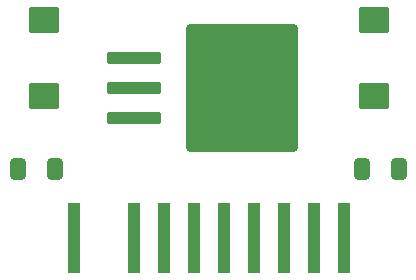
<source format=gbr>
%TF.GenerationSoftware,KiCad,Pcbnew,8.0.1*%
%TF.CreationDate,2024-05-13T16:53:06-04:00*%
%TF.ProjectId,LM1085,4c4d3130-3835-42e6-9b69-6361645f7063,rev?*%
%TF.SameCoordinates,Original*%
%TF.FileFunction,Soldermask,Top*%
%TF.FilePolarity,Negative*%
%FSLAX46Y46*%
G04 Gerber Fmt 4.6, Leading zero omitted, Abs format (unit mm)*
G04 Created by KiCad (PCBNEW 8.0.1) date 2024-05-13 16:53:06*
%MOMM*%
%LPD*%
G01*
G04 APERTURE LIST*
G04 Aperture macros list*
%AMRoundRect*
0 Rectangle with rounded corners*
0 $1 Rounding radius*
0 $2 $3 $4 $5 $6 $7 $8 $9 X,Y pos of 4 corners*
0 Add a 4 corners polygon primitive as box body*
4,1,4,$2,$3,$4,$5,$6,$7,$8,$9,$2,$3,0*
0 Add four circle primitives for the rounded corners*
1,1,$1+$1,$2,$3*
1,1,$1+$1,$4,$5*
1,1,$1+$1,$6,$7*
1,1,$1+$1,$8,$9*
0 Add four rect primitives between the rounded corners*
20,1,$1+$1,$2,$3,$4,$5,0*
20,1,$1+$1,$4,$5,$6,$7,0*
20,1,$1+$1,$6,$7,$8,$9,0*
20,1,$1+$1,$8,$9,$2,$3,0*%
G04 Aperture macros list end*
%ADD10RoundRect,0.250000X1.025000X-0.875000X1.025000X0.875000X-1.025000X0.875000X-1.025000X-0.875000X0*%
%ADD11RoundRect,0.250000X0.412500X0.650000X-0.412500X0.650000X-0.412500X-0.650000X0.412500X-0.650000X0*%
%ADD12RoundRect,0.250000X-0.412500X-0.650000X0.412500X-0.650000X0.412500X0.650000X-0.412500X0.650000X0*%
%ADD13RoundRect,0.275000X-0.275000X-2.725000X0.275000X-2.725000X0.275000X2.725000X-0.275000X2.725000X0*%
%ADD14RoundRect,0.250000X-2.050000X-0.300000X2.050000X-0.300000X2.050000X0.300000X-2.050000X0.300000X0*%
%ADD15RoundRect,0.250002X-4.449998X-5.149998X4.449998X-5.149998X4.449998X5.149998X-4.449998X5.149998X0*%
G04 APERTURE END LIST*
D10*
%TO.C,C1*%
X137160000Y-104800000D03*
X137160000Y-98400000D03*
%TD*%
D11*
%TO.C,C2*%
X138062500Y-111000000D03*
X134937500Y-111000000D03*
%TD*%
D10*
%TO.C,C3*%
X165100000Y-104800000D03*
X165100000Y-98400000D03*
%TD*%
D12*
%TO.C,C4*%
X164077500Y-111000000D03*
X167202500Y-111000000D03*
%TD*%
D13*
%TO.C,VRMEdgeConn*%
X139700000Y-116840000D03*
X144780000Y-116840000D03*
X147320000Y-116840000D03*
X149860000Y-116840000D03*
X152400000Y-116840000D03*
X154940000Y-116840000D03*
X157480000Y-116840000D03*
X160020000Y-116840000D03*
X162560000Y-116840000D03*
%TD*%
D14*
%TO.C,U1 - LM1085-3.3*%
X144750000Y-101600000D03*
X144750000Y-104140000D03*
D15*
X153900000Y-104140000D03*
D14*
X144750000Y-106680000D03*
%TD*%
M02*

</source>
